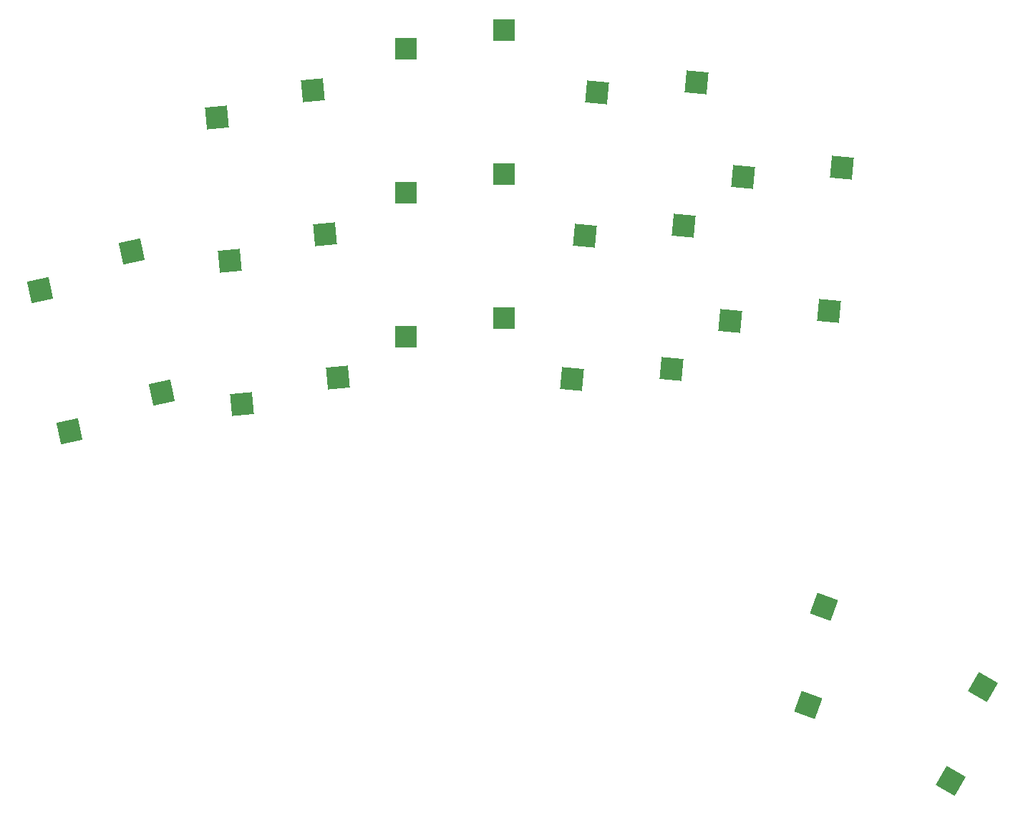
<source format=gbr>
%TF.GenerationSoftware,KiCad,Pcbnew,6.0.1-1.fc35*%
%TF.CreationDate,2022-01-21T00:59:50-05:00*%
%TF.ProjectId,a_dux_30,615f6475-785f-4333-902e-6b696361645f,v1.0.0*%
%TF.SameCoordinates,Original*%
%TF.FileFunction,Paste,Top*%
%TF.FilePolarity,Positive*%
%FSLAX46Y46*%
G04 Gerber Fmt 4.6, Leading zero omitted, Abs format (unit mm)*
G04 Created by KiCad (PCBNEW 6.0.1-1.fc35) date 2022-01-21 00:59:50*
%MOMM*%
%LPD*%
G01*
G04 APERTURE LIST*
G04 Aperture macros list*
%AMRotRect*
0 Rectangle, with rotation*
0 The origin of the aperture is its center*
0 $1 length*
0 $2 width*
0 $3 Rotation angle, in degrees counterclockwise*
0 Add horizontal line*
21,1,$1,$2,0,0,$3*%
G04 Aperture macros list end*
%ADD10R,2.600000X2.600000*%
%ADD11RotRect,2.600000X2.600000X355.000000*%
%ADD12RotRect,2.600000X2.600000X12.000000*%
%ADD13RotRect,2.600000X2.600000X5.000000*%
%ADD14RotRect,2.600000X2.600000X250.000000*%
%ADD15RotRect,2.600000X2.600000X240.000000*%
G04 APERTURE END LIST*
D10*
%TO.C,S15*%
X53400604Y65578531D03*
X41850604Y63378531D03*
%TD*%
D11*
%TO.C,S21*%
X76151660Y59409717D03*
X64453869Y58224738D03*
%TD*%
D10*
%TO.C,S11*%
X53400604Y31578531D03*
X41850604Y29378531D03*
%TD*%
%TO.C,S13*%
X53400604Y48578531D03*
X41850604Y46378531D03*
%TD*%
D12*
%TO.C,S1*%
X12897362Y22757907D03*
X2057163Y18204602D03*
%TD*%
D11*
%TO.C,S23*%
X91860694Y32437949D03*
X80162903Y31252970D03*
%TD*%
D12*
%TO.C,S3*%
X9362863Y39386417D03*
X-1477336Y34833112D03*
%TD*%
D13*
%TO.C,S5*%
X33750295Y24562728D03*
X22435989Y21364450D03*
%TD*%
D11*
%TO.C,S19*%
X74670013Y42474407D03*
X62972222Y41289428D03*
%TD*%
%TO.C,S17*%
X73188365Y25539097D03*
X61490574Y24354118D03*
%TD*%
D14*
%TO.C,S27*%
X89413028Y-14179496D03*
X91296037Y-2573602D03*
%TD*%
D11*
%TO.C,S25*%
X93342341Y49373259D03*
X81644550Y48188280D03*
%TD*%
D15*
%TO.C,S29*%
X106209595Y-23156236D03*
X110079339Y-12053643D03*
%TD*%
D13*
%TO.C,S9*%
X30787000Y58433348D03*
X19472694Y55235070D03*
%TD*%
%TO.C,S7*%
X32268647Y41498038D03*
X20954341Y38299760D03*
%TD*%
M02*

</source>
